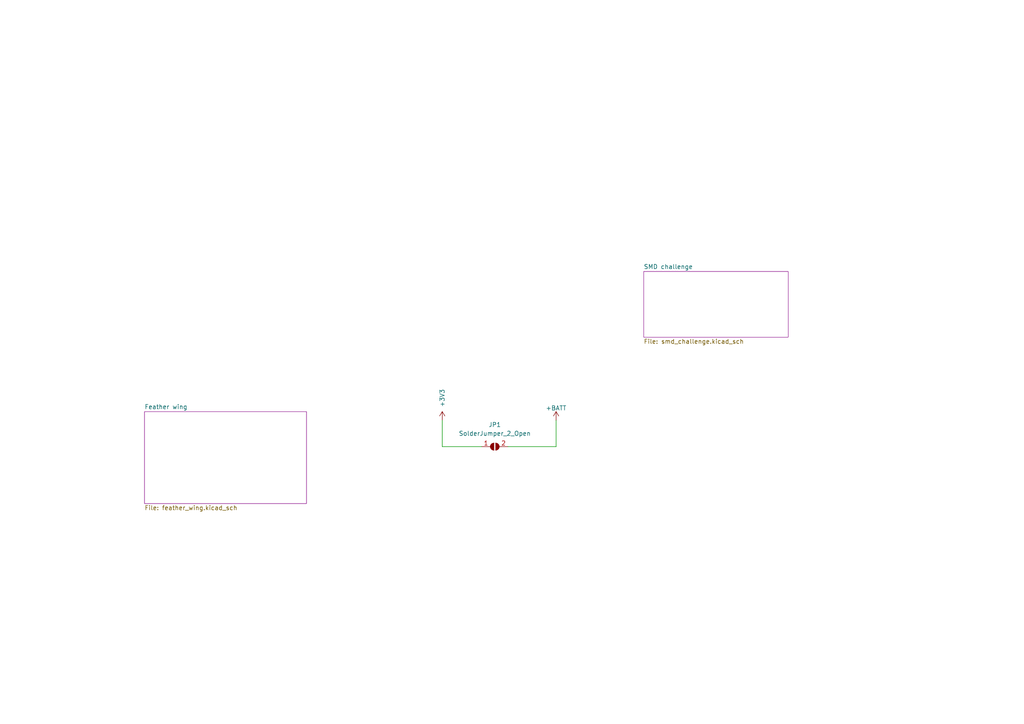
<source format=kicad_sch>
(kicad_sch (version 20200828) (generator eeschema)
  (page 1 3)
  (paper "A4")
  (title_block (title "Hackaday Remoticon 2020 unofficial badge") (date "2020-10-05") (company "@thomasflummer") (comment 1 "CC-BY-SA"))
  (lib_symbols
    (symbol "Jumper:SolderJumper_2_Open" (pin_names (offset 0) hide)
      (property "Reference" "JP" (at 0 2.032 0))
      (property "Value" "SolderJumper_2_Open" (at 0 -2.54 0))
      (symbol "SolderJumper_2_Open_0_1"
        (arc (start -0.254 1.016) (end -0.254 -1.016) (radius (at -0.254 0) (length 1.016) (angles 90.1 -90.1)))
        (arc (start -0.254 1.016) (end -0.254 -1.016) (radius (at -0.254 0) (length 1.016) (angles 90.1 -90.1)) (fill (type outline)))
        (arc (start 0.254 -1.016) (end 0.254 1.016) (radius (at 0.254 0) (length 1.016) (angles -89.9 89.9)))
        (arc (start 0.254 -1.016) (end 0.254 1.016) (radius (at 0.254 0) (length 1.016) (angles -89.9 89.9)) (fill (type outline)))
        (polyline (pts (xy -0.254 1.016) (xy -0.254 -1.016)))
        (polyline (pts (xy 0.254 1.016) (xy 0.254 -1.016)))
      )
      (symbol "SolderJumper_2_Open_1_1"
        (pin passive line (at -3.81 0 0) (length 2.54) (name "A") (number "1"))
        (pin passive line (at 3.81 0 180) (length 2.54) (name "B") (number "2"))
      )
    )
    (symbol "power:+3V3" (power) (pin_names (offset 0))
      (property "Value" "+3V3" (at 0 3.556 0))
      (symbol "+3V3_0_1"
        (polyline (pts (xy -0.762 1.27) (xy 0 2.54)))
        (polyline (pts (xy 0 0) (xy 0 2.54)))
        (polyline (pts (xy 0 2.54) (xy 0.762 1.27)))
      )
      (symbol "+3V3_1_1"
        (pin power_in line (at 0 0 90) (length 0) hide (name "+3V3") (number "1"))
      )
    )
    (symbol "schematic:+BATT" (power) (pin_names (offset 0))
      (property "Value" "+BATT" (at 0 3.556 0))
      (symbol "+BATT_0_1"
        (polyline (pts (xy -0.762 1.27) (xy 0 2.54)))
        (polyline (pts (xy 0 0) (xy 0 2.54)))
        (polyline (pts (xy 0 2.54) (xy 0.762 1.27)))
      )
      (symbol "+BATT_1_1"
        (pin power_in line (at 0 0 90) (length 0) hide (name "+BATT") (number "1"))
      )
    )
  )
  (wire (pts (xy 128.27 121.92) (xy 128.27 129.54)))
  (wire (pts (xy 128.27 129.54) (xy 139.7 129.54)))
  (wire (pts (xy 147.32 129.54) (xy 161.29 129.54)))
  (wire (pts (xy 161.29 129.54) (xy 161.29 121.92)))
  (symbol (lib_id "power:+3V3") (at 128.27 121.92 0) (unit 1)
    (property "Reference" "#PWR07" (effects hide))
    (property "Value" "+3V3" (at 128.27 118.11 90) (effects (justify left)))
  )
  (symbol (lib_id "schematic:+BATT") (at 161.29 121.92 0) (unit 1)
    (property "Reference" "#PWR08" (effects hide))
    (property "Value" "+BATT" (at 161.29 118.364 0))
  )
  (symbol (lib_id "Jumper:SolderJumper_2_Open") (at 143.51 129.54 0) (unit 1)
    (property "Reference" "JP1" (at 143.51 123.19 0))
    (property "Value" "SolderJumper_2_Open" (at 143.51 125.73 0))
    (property "Footprint" "Jumper:SolderJumper-2_P1.3mm_Open_TrianglePad1.0x1.5mm" (effects hide))
  )
  (sheet (at 41.91 119.38) (size 46.99 26.67) (stroke (width 0.001) (color 132 0 132 1)) (fill (color 255 255 255 0.0000))
    (property "Sheet name" "Feather wing" (at 41.91 118.7441 0) (effects (justify left bottom)))
    (property "Sheet file" "feather_wing.kicad_sch" (at 41.91 146.5589 0) (effects (justify left top)))
  )
  (sheet (at 186.69 78.74) (size 41.91 19.05) (stroke (width 0.001) (color 132 0 132 1)) (fill (color 255 255 255 0.0000))
    (property "Sheet name" "SMD challenge" (at 186.69 78.1041 0) (effects (justify left bottom)))
    (property "Sheet file" "smd_challenge.kicad_sch" (at 186.69 98.2989 0) (effects (justify left top)))
  )
)
</source>
